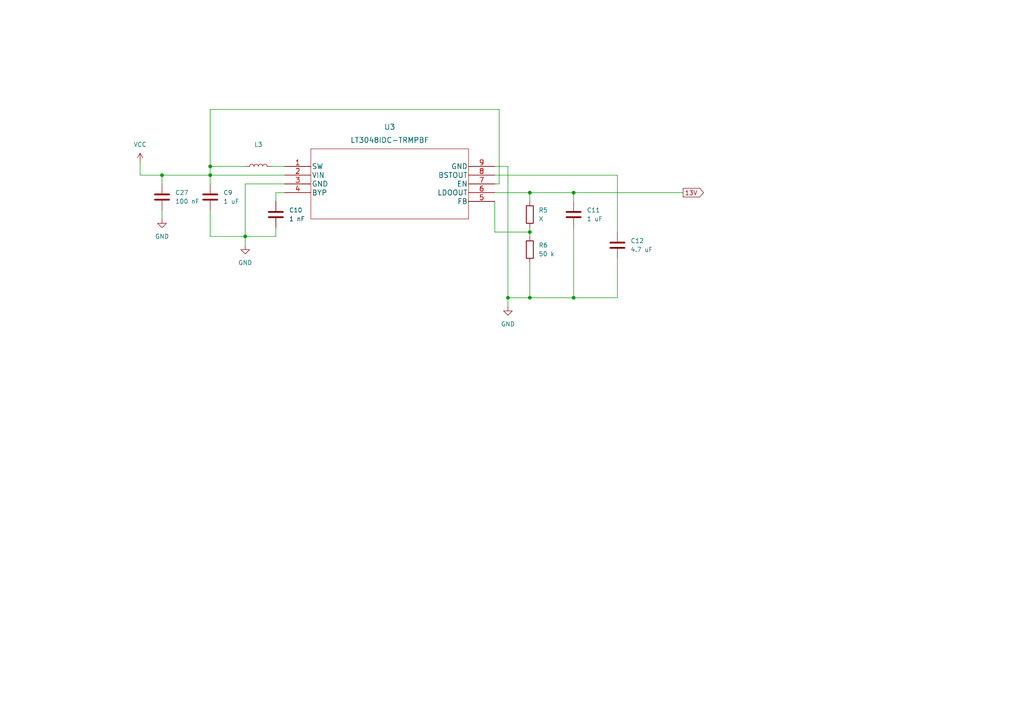
<source format=kicad_sch>
(kicad_sch (version 20211123) (generator eeschema)
  (paper "A4")
  (lib_symbols
    (symbol "Device:C" (pin_numbers hide) (pin_names (offset 0.254))
      (property "Reference" "C" (at 0.635 2.54 0))
      (property "Value" "C" (at 0.635 -2.54 0))
      (symbol "C_0_1"
        (polyline (pts (xy -2.032 -0.762) (xy 2.032 -0.762)) (stroke (width 0.508)))
        (polyline (pts (xy -2.032 0.762) (xy 2.032 0.762)) (stroke (width 0.508)))
      )
      (symbol "C_1_1"
        (pin passive line (at 0 3.81 270) (length 2.794) (name "~") (number "1"))
        (pin passive line (at 0 -3.81 90) (length 2.794) (name "~") (number "2"))
      )
    )
    (symbol "Device:L" (pin_numbers hide) (pin_names (offset 1.016) hide)
      (property "Reference" "L" (at -1.27 0 90))
      (property "Value" "L" (at 1.905 0 90))
      (symbol "L_0_1"
        (arc (start 0 -2.54) (mid 0.635 -1.905) (end 0 -1.27))
        (arc (start 0 -1.27) (mid 0.635 -0.635) (end 0 0))
        (arc (start 0 0) (mid 0.635 0.635) (end 0 1.27))
        (arc (start 0 1.27) (mid 0.635 1.905) (end 0 2.54))
      )
      (symbol "L_1_1"
        (pin passive line (at 0 3.81 270) (length 1.27) (name "1") (number "1"))
        (pin passive line (at 0 -3.81 90) (length 1.27) (name "2") (number "2"))
      )
    )
    (symbol "Device:R" (pin_numbers hide) (pin_names (offset 0))
      (property "Reference" "R" (at 2.032 0 90))
      (property "Value" "R" (at 0 0 90))
      (symbol "R_0_1"
        (rectangle (start -1.016 -2.54) (end 1.016 2.54) (stroke (width 0.254)))
      )
      (symbol "R_1_1"
        (pin passive line (at 0 3.81 270) (length 1.27) (name "~") (number "1"))
        (pin passive line (at 0 -3.81 90) (length 1.27) (name "~") (number "2"))
      )
    )
    (symbol "lt3048idc_TRMPBF:LT3048IDC-TRMPBF" (pin_names (offset 0.254))
      (property "Reference" "U" (at 30.48 10.16 0))
      (property "Value" "LT3048IDC-TRMPBF" (at 30.48 7.62 0))
      (symbol "LT3048IDC-TRMPBF_1_1"
        (polyline (pts (xy 7.62 -15.24) (xy 53.34 -15.24)) (stroke (width 0.127)))
        (polyline (pts (xy 7.62 5.08) (xy 7.62 -15.24)) (stroke (width 0.127)))
        (polyline (pts (xy 53.34 -15.24) (xy 53.34 5.08)) (stroke (width 0.127)))
        (polyline (pts (xy 53.34 5.08) (xy 7.62 5.08)) (stroke (width 0.127)))
        (pin unspecified line (at 0 0 0) (length 7.62) (name "SW") (number "1"))
        (pin input line (at 0 -2.54 0) (length 7.62) (name "VIN") (number "2"))
        (pin power_in line (at 0 -5.08 0) (length 7.62) (name "GND") (number "3"))
        (pin unspecified line (at 0 -7.62 0) (length 7.62) (name "BYP") (number "4"))
        (pin unspecified line (at 60.96 -10.16 180) (length 7.62) (name "FB") (number "5"))
        (pin output line (at 60.96 -7.62 180) (length 7.62) (name "LDOOUT") (number "6"))
        (pin input line (at 60.96 -5.08 180) (length 7.62) (name "EN") (number "7"))
        (pin output line (at 60.96 -2.54 180) (length 7.62) (name "BSTOUT") (number "8"))
        (pin power_in line (at 60.96 0 180) (length 7.62) (name "GND") (number "9"))
      )
    )
    (symbol "power:GND" (power) (pin_names (offset 0))
      (property "Value" "GND" (at 0 -3.81 0))
      (symbol "GND_0_1"
        (polyline (pts (xy 0 0) (xy 0 -1.27) (xy 1.27 -1.27) (xy 0 -2.54) (xy -1.27 -1.27) (xy 0 -1.27)))
      )
      (symbol "GND_1_1"
        (pin power_in line (at 0 0 270) (length 0) hide (name "GND") (number "1"))
      )
    )
    (symbol "power:VCC" (power) (pin_names (offset 0))
      (property "Value" "VCC" (at 0 3.81 0))
      (symbol "VCC_0_1"
        (polyline (pts (xy -0.762 1.27) (xy 0 2.54)))
        (polyline (pts (xy 0 0) (xy 0 2.54)))
        (polyline (pts (xy 0 2.54) (xy 0.762 1.27)))
      )
      (symbol "VCC_1_1"
        (pin power_in line (at 0 0 90) (length 0) hide (name "VCC") (number "1"))
      )
    )
  )
  (junction (at 60.96 48.26))
  (junction (at 71.12 68.58))
  (junction (at 60.96 50.8))
  (junction (at 153.67 55.88))
  (junction (at 153.67 86.36))
  (junction (at 153.67 67.31))
  (junction (at 147.32 86.36))
  (junction (at 166.37 55.88))
  (junction (at 46.99 50.8))
  (junction (at 166.37 86.36))
  (wire (pts (xy 71.12 68.58) (xy 71.12 71.12)))
  (wire (pts (xy 60.96 60.96) (xy 60.96 68.58)))
  (wire (pts (xy 82.55 53.34) (xy 71.12 53.34)))
  (wire (pts (xy 144.78 53.34) (xy 144.78 31.75)))
  (wire (pts (xy 153.67 76.2) (xy 153.67 86.36)))
  (wire (pts (xy 153.67 67.31) (xy 153.67 68.58)))
  (wire (pts (xy 143.51 48.26) (xy 147.32 48.26)))
  (wire (pts (xy 147.32 48.26) (xy 147.32 86.36)))
  (wire (pts (xy 143.51 55.88) (xy 153.67 55.88)))
  (wire (pts (xy 46.99 50.8) (xy 46.99 53.34)))
  (wire (pts (xy 60.96 50.8) (xy 60.96 53.34)))
  (wire (pts (xy 40.64 46.99) (xy 40.64 50.8)))
  (wire (pts (xy 153.67 55.88) (xy 153.67 58.42)))
  (wire (pts (xy 143.51 53.34) (xy 144.78 53.34)))
  (wire (pts (xy 179.07 50.8) (xy 179.07 67.31)))
  (wire (pts (xy 60.96 50.8) (xy 82.55 50.8)))
  (wire (pts (xy 60.96 48.26) (xy 60.96 50.8)))
  (wire (pts (xy 60.96 68.58) (xy 71.12 68.58)))
  (wire (pts (xy 166.37 55.88) (xy 198.12 55.88)))
  (wire (pts (xy 60.96 31.75) (xy 60.96 48.26)))
  (wire (pts (xy 80.01 55.88) (xy 80.01 58.42)))
  (wire (pts (xy 82.55 55.88) (xy 80.01 55.88)))
  (wire (pts (xy 71.12 53.34) (xy 71.12 68.58)))
  (wire (pts (xy 179.07 74.93) (xy 179.07 86.36)))
  (wire (pts (xy 46.99 60.96) (xy 46.99 63.5)))
  (wire (pts (xy 143.51 50.8) (xy 179.07 50.8)))
  (wire (pts (xy 80.01 68.58) (xy 71.12 68.58)))
  (wire (pts (xy 78.74 48.26) (xy 82.55 48.26)))
  (wire (pts (xy 166.37 66.04) (xy 166.37 86.36)))
  (wire (pts (xy 166.37 55.88) (xy 166.37 58.42)))
  (wire (pts (xy 71.12 48.26) (xy 60.96 48.26)))
  (wire (pts (xy 40.64 50.8) (xy 46.99 50.8)))
  (wire (pts (xy 144.78 31.75) (xy 60.96 31.75)))
  (wire (pts (xy 147.32 86.36) (xy 147.32 88.9)))
  (wire (pts (xy 153.67 86.36) (xy 166.37 86.36)))
  (wire (pts (xy 46.99 50.8) (xy 60.96 50.8)))
  (wire (pts (xy 153.67 67.31) (xy 143.51 67.31)))
  (wire (pts (xy 143.51 67.31) (xy 143.51 58.42)))
  (wire (pts (xy 80.01 66.04) (xy 80.01 68.58)))
  (wire (pts (xy 166.37 86.36) (xy 179.07 86.36)))
  (wire (pts (xy 153.67 55.88) (xy 166.37 55.88)))
  (wire (pts (xy 153.67 66.04) (xy 153.67 67.31)))
  (wire (pts (xy 147.32 86.36) (xy 153.67 86.36)))
  (global_label "13V" (shape output) (at 198.12 55.88 0) (property "Intersheet References" "${INTERSHEET_REFS}" (effects hide)))
  (symbol (lib_id "power:GND") (at 46.99 63.5 0) (unit 1)
    (property "Reference" "#PWR0139" (effects hide))
    (property "Value" "GND" (at 46.99 68.58 0))
  )
  (symbol (lib_id "power:VCC") (at 40.64 46.99 0) (unit 1)
    (property "Reference" "#PWR0107" (effects hide))
    (property "Value" "VCC" (at 40.64 41.91 0))
  )
  (symbol (lib_id "lt3048idc_TRMPBF:LT3048IDC-TRMPBF") (at 82.55 48.26 0) (unit 1)
    (property "Reference" "U3" (at 113.03 36.83 0) (effects (font (size 1.524 1.524))))
    (property "Value" "LT3048IDC-TRMPBF" (at 113.03 40.64 0) (effects (font (size 1.524 1.524))))
    (property "Footprint" "footprints:LT3048IDC-TRMPBF" (effects hide))
  )
  (symbol (lib_id "Device:C") (at 60.96 57.15 0) (unit 1)
    (property "Reference" "C9" (at 64.77 55.8799 0) (effects (justify left)))
    (property "Value" "1 uF" (at 64.77 58.4199 0) (effects (justify left)))
    (property "Footprint" "Capacitor_SMD:C_0603_1608Metric_Pad1.08x0.95mm_HandSolder" (effects hide))
  )
  (symbol (lib_id "power:GND") (at 147.32 88.9 0) (unit 1)
    (property "Reference" "#PWR0109" (effects hide))
    (property "Value" "GND" (at 147.32 93.98 0))
  )
  (symbol (lib_id "Device:R") (at 153.67 72.39 0) (unit 1)
    (property "Reference" "R6" (at 156.21 71.1199 0) (effects (justify left)))
    (property "Value" "50 k" (at 156.21 73.6599 0) (effects (justify left)))
    (property "Footprint" "Resistor_SMD:R_0603_1608Metric_Pad0.98x0.95mm_HandSolder" (effects hide))
  )
  (symbol (lib_id "Device:C") (at 166.37 62.23 0) (unit 1)
    (property "Reference" "C11" (at 170.18 60.9599 0) (effects (justify left)))
    (property "Value" "1 uF" (at 170.18 63.4999 0) (effects (justify left)))
    (property "Footprint" "Capacitor_SMD:C_0603_1608Metric_Pad1.08x0.95mm_HandSolder" (effects hide))
  )
  (symbol (lib_id "Device:C") (at 46.99 57.15 0) (unit 1)
    (property "Reference" "C27" (at 50.8 55.8799 0) (effects (justify left)))
    (property "Value" "100 nF" (at 50.8 58.4199 0) (effects (justify left)))
    (property "Footprint" "Capacitor_SMD:C_0603_1608Metric_Pad1.08x0.95mm_HandSolder" (effects hide))
  )
  (symbol (lib_id "power:GND") (at 71.12 71.12 0) (unit 1)
    (property "Reference" "#PWR0108" (effects hide))
    (property "Value" "GND" (at 71.12 76.2 0))
  )
  (symbol (lib_id "Device:R") (at 153.67 62.23 0) (unit 1)
    (property "Reference" "R5" (at 156.21 60.9599 0) (effects (justify left)))
    (property "Value" "X" (at 156.21 63.4999 0) (effects (justify left)))
    (property "Footprint" "Resistor_SMD:R_0603_1608Metric_Pad0.98x0.95mm_HandSolder" (effects hide))
  )
  (symbol (lib_id "Device:L") (at 74.93 48.26 90) (unit 1)
    (property "Reference" "L3" (at 74.93 41.91 90))
  )
  (symbol (lib_id "Device:C") (at 80.01 62.23 0) (unit 1)
    (property "Reference" "C10" (at 83.82 60.9599 0) (effects (justify left)))
    (property "Value" "1 nF" (at 83.82 63.4999 0) (effects (justify left)))
    (property "Footprint" "Capacitor_SMD:C_0603_1608Metric_Pad1.08x0.95mm_HandSolder" (effects hide))
  )
  (symbol (lib_id "Device:C") (at 179.07 71.12 0) (unit 1)
    (property "Reference" "C12" (at 182.88 69.8499 0) (effects (justify left)))
    (property "Value" "4.7 uF" (at 182.88 72.3899 0) (effects (justify left)))
    (property "Footprint" "Capacitor_SMD:C_0603_1608Metric_Pad1.08x0.95mm_HandSolder" (effects hide))
  )
)
</source>
